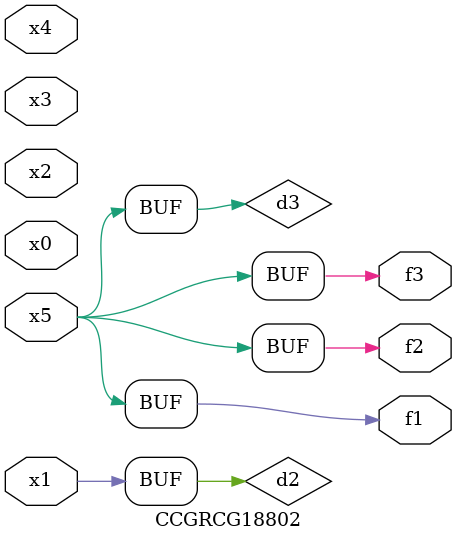
<source format=v>
module CCGRCG18802(
	input x0, x1, x2, x3, x4, x5,
	output f1, f2, f3
);

	wire d1, d2, d3;

	not (d1, x5);
	or (d2, x1);
	xnor (d3, d1);
	assign f1 = d3;
	assign f2 = d3;
	assign f3 = d3;
endmodule

</source>
